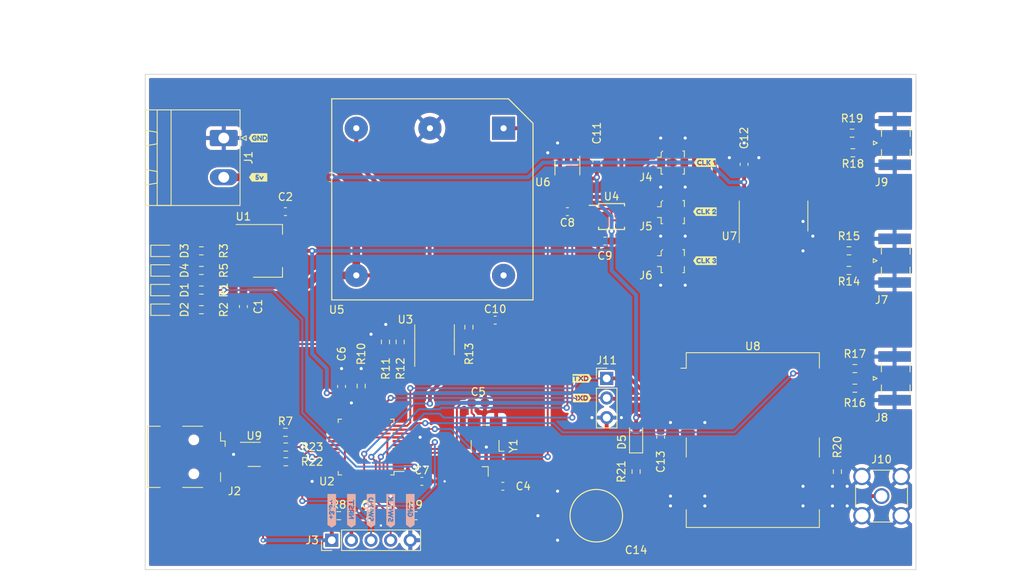
<source format=kicad_pcb>
(kicad_pcb (version 20221018) (generator pcbnew)

  (general
    (thickness 1.6)
  )

  (paper "A4")
  (layers
    (0 "F.Cu" signal)
    (31 "B.Cu" signal)
    (32 "B.Adhes" user "B.Adhesive")
    (33 "F.Adhes" user "F.Adhesive")
    (34 "B.Paste" user)
    (35 "F.Paste" user)
    (36 "B.SilkS" user "B.Silkscreen")
    (37 "F.SilkS" user "F.Silkscreen")
    (38 "B.Mask" user)
    (39 "F.Mask" user)
    (40 "Dwgs.User" user "User.Drawings")
    (41 "Cmts.User" user "User.Comments")
    (42 "Eco1.User" user "User.Eco1")
    (43 "Eco2.User" user "User.Eco2")
    (44 "Edge.Cuts" user)
    (45 "Margin" user)
    (46 "B.CrtYd" user "B.Courtyard")
    (47 "F.CrtYd" user "F.Courtyard")
    (48 "B.Fab" user)
    (49 "F.Fab" user)
    (50 "User.1" user)
    (51 "User.2" user)
    (52 "User.3" user)
    (53 "User.4" user)
    (54 "User.5" user)
    (55 "User.6" user)
    (56 "User.7" user)
    (57 "User.8" user)
    (58 "User.9" user)
  )

  (setup
    (pad_to_mask_clearance 0)
    (pcbplotparams
      (layerselection 0x00010fc_ffffffff)
      (plot_on_all_layers_selection 0x0000000_00000000)
      (disableapertmacros false)
      (usegerberextensions false)
      (usegerberattributes true)
      (usegerberadvancedattributes true)
      (creategerberjobfile true)
      (dashed_line_dash_ratio 12.000000)
      (dashed_line_gap_ratio 3.000000)
      (svgprecision 4)
      (plotframeref false)
      (viasonmask false)
      (mode 1)
      (useauxorigin false)
      (hpglpennumber 1)
      (hpglpenspeed 20)
      (hpglpendiameter 15.000000)
      (dxfpolygonmode true)
      (dxfimperialunits true)
      (dxfusepcbnewfont true)
      (psnegative false)
      (psa4output false)
      (plotreference true)
      (plotvalue true)
      (plotinvisibletext false)
      (sketchpadsonfab false)
      (subtractmaskfromsilk false)
      (outputformat 1)
      (mirror false)
      (drillshape 1)
      (scaleselection 1)
      (outputdirectory "")
    )
  )

  (net 0 "")
  (net 1 "+5V")
  (net 2 "GND")
  (net 3 "+3.3V")
  (net 4 "NRST")
  (net 5 "Net-(U2-PD0)")
  (net 6 "Net-(U2-PD1)")
  (net 7 "Net-(U3B-+)")
  (net 8 "Net-(U4-XA)")
  (net 9 "Net-(U8-V_BCKP)")
  (net 10 "Net-(D1-A)")
  (net 11 "unconnected-(J2-VBUS-Pad1)")
  (net 12 "Net-(J2-D-)")
  (net 13 "Net-(J2-D+)")
  (net 14 "unconnected-(J2-ID-Pad4)")
  (net 15 "SWDIO")
  (net 16 "SWCLK")
  (net 17 "Net-(J4-In)")
  (net 18 "Net-(J5-In)")
  (net 19 "Net-(J6-In)")
  (net 20 "Net-(J7-In)")
  (net 21 "Net-(J8-In)")
  (net 22 "Net-(J9-In)")
  (net 23 "Net-(J10-In)")
  (net 24 "GPS-TXD")
  (net 25 "GPS-RXD")
  (net 26 "USB-D+")
  (net 27 "USB-D-")
  (net 28 "/BOOT1")
  (net 29 "STATUS_LED")
  (net 30 "/BOOT0")
  (net 31 "Net-(U3A--)")
  (net 32 "Net-(R14-Pad2)")
  (net 33 "Net-(R15-Pad2)")
  (net 34 "Net-(R16-Pad2)")
  (net 35 "Net-(U8-V_ANT)")
  (net 36 "Net-(U8-VCC_RF)")
  (net 37 "unconnected-(U2-VBAT-Pad1)")
  (net 38 "unconnected-(U2-PC14-Pad3)")
  (net 39 "unconnected-(U2-PC15-Pad4)")
  (net 40 "10MHz")
  (net 41 "PPS")
  (net 42 "unconnected-(U2-PA4-Pad14)")
  (net 43 "unconnected-(U2-PA5-Pad15)")
  (net 44 "unconnected-(U2-PA7-Pad17)")
  (net 45 "unconnected-(U2-PB0-Pad18)")
  (net 46 "unconnected-(U2-PB1-Pad19)")
  (net 47 "unconnected-(U2-PB10-Pad21)")
  (net 48 "unconnected-(U2-PB11-Pad22)")
  (net 49 "unconnected-(U2-PB12-Pad25)")
  (net 50 "unconnected-(U2-PB13-Pad26)")
  (net 51 "unconnected-(U2-PB14-Pad27)")
  (net 52 "unconnected-(U2-PB15-Pad28)")
  (net 53 "unconnected-(U2-PA8-Pad29)")
  (net 54 "unconnected-(U2-PA9-Pad30)")
  (net 55 "unconnected-(U2-PA10-Pad31)")
  (net 56 "unconnected-(U2-PA15-Pad38)")
  (net 57 "unconnected-(U2-PB3-Pad39)")
  (net 58 "unconnected-(U2-PB4-Pad40)")
  (net 59 "unconnected-(U2-PB5-Pad41)")
  (net 60 "Net-(D3-A)")
  (net 61 "unconnected-(U2-PB7-Pad43)")
  (net 62 "FEC-PWM")
  (net 63 "Net-(U3B--)")
  (net 64 "unconnected-(U4-XB-Pad3)")
  (net 65 "SCL")
  (net 66 "SDA")
  (net 67 "Net-(U5-Out)")
  (net 68 "unconnected-(U5-VRef-Pad4)")
  (net 69 "unconnected-(U8-SDA2-Pad1)")
  (net 70 "unconnected-(U8-SCL2-Pad2)")
  (net 71 "unconnected-(U8-NC-Pad5)")
  (net 72 "unconnected-(U8-VCC_OUT-Pad8)")
  (net 73 "unconnected-(U8-NC-Pad9)")
  (net 74 "unconnected-(U8-RESET-Pad10)")
  (net 75 "unconnected-(U8-Reserved-Pad12)")
  (net 76 "unconnected-(U8-AADET_N-Pad20)")
  (net 77 "unconnected-(U8-Reserved-Pad21)")
  (net 78 "unconnected-(U8-Reserved-Pad22)")
  (net 79 "unconnected-(U8-Reserved-Pad23)")
  (net 80 "unconnected-(U8-VDDUSB-Pad24)")
  (net 81 "unconnected-(U8-USB_DM-Pad25)")
  (net 82 "unconnected-(U8-USB_DP-Pad26)")
  (net 83 "unconnected-(U8-EXTINT0-Pad27)")
  (net 84 "unconnected-(U6-NC-Pad1)")
  (net 85 "Net-(D4-A)")
  (net 86 "Net-(D2-A)")
  (net 87 "Net-(D5-K)")
  (net 88 "Net-(R12-Pad1)")
  (net 89 "Net-(R17-Pad2)")
  (net 90 "Net-(R18-Pad2)")
  (net 91 "Net-(R19-Pad2)")
  (net 92 "Net-(R22-Pad1)")
  (net 93 "Net-(R23-Pad2)")

  (footprint "Capacitor_SMD:C_0603_1608Metric_Pad1.08x0.95mm_HandSolder" (layer "F.Cu") (at 173.2575 129.54))

  (footprint "Resistor_SMD:R_0603_1608Metric_Pad0.98x0.95mm_HandSolder" (layer "F.Cu") (at 158.075 110.8475 90))

  (footprint "Connector_Coaxial:SMA_Amphenol_901-144_Vertical" (layer "F.Cu") (at 222.25 130.81))

  (footprint "Capacitor_SMD:C_0603_1608Metric_Pad1.08x0.95mm_HandSolder" (layer "F.Cu") (at 139.7 106.2725 -90))

  (footprint "Resistor_SMD:R_0603_1608Metric_Pad0.98x0.95mm_HandSolder" (layer "F.Cu") (at 145.1375 122.555))

  (footprint "Package_TO_SOT_SMD:SOT-23-5_HandSoldering" (layer "F.Cu") (at 181.61 88.345 -90))

  (footprint "Resistor_SMD:R_0603_1608Metric_Pad0.98x0.95mm_HandSolder" (layer "F.Cu") (at 218.5435 86.36 180))

  (footprint "kibuzzard-657B4005" (layer "F.Cu") (at 199.39 93.98))

  (footprint "Capacitor_SMD:C_0603_1608Metric_Pad1.08x0.95mm_HandSolder" (layer "F.Cu") (at 155.9295 133.35))

  (footprint "Capacitor_SMD:C_0603_1608Metric_Pad1.08x0.95mm_HandSolder" (layer "F.Cu") (at 185.42 87.4025 -90))

  (footprint "Connector_Coaxial:U.FL_Molex_MCRF_73412-0110_Vertical" (layer "F.Cu") (at 195.24 87.63 -90))

  (footprint "Connector_USB:USB_Mini-B_Wuerth_65100516121_Horizontal" (layer "F.Cu") (at 133.29 125.73 -90))

  (footprint "Resistor_SMD:R_0603_1608Metric_Pad0.98x0.95mm_HandSolder" (layer "F.Cu") (at 152.0425 133.35))

  (footprint "kibuzzard-657B3F8B" (layer "F.Cu") (at 141.605 84.455))

  (footprint "LED_SMD:LED_0603_1608Metric_Pad1.05x0.95mm_HandSolder" (layer "F.Cu") (at 129.3745 104.14))

  (footprint "Resistor_SMD:R_0603_1608Metric_Pad0.98x0.95mm_HandSolder" (layer "F.Cu") (at 159.98 110.8475 -90))

  (footprint "Resistor_SMD:R_0603_1608Metric_Pad0.98x0.95mm_HandSolder" (layer "F.Cu") (at 218.0355 101.6 180))

  (footprint "Connector_Coaxial:SMA_Samtec_SMA-J-P-X-ST-EM1_EdgeMount" (layer "F.Cu") (at 223.9375 100.33 90))

  (footprint "Resistor_SMD:R_0603_1608Metric_Pad0.98x0.95mm_HandSolder" (layer "F.Cu") (at 161.925 133.35))

  (footprint "Capacitor_SMD:C_0603_1608Metric_Pad1.08x0.95mm_HandSolder" (layer "F.Cu") (at 145.1375 93.98 180))

  (footprint "Resistor_SMD:R_0603_1608Metric_Pad0.98x0.95mm_HandSolder" (layer "F.Cu") (at 134.2625 99.06 180))

  (footprint "Capacitor_SMD:C_0603_1608Metric_Pad1.08x0.95mm_HandSolder" (layer "F.Cu") (at 204.47 87.8575 90))

  (footprint "Resistor_SMD:R_0603_1608Metric_Pad0.98x0.95mm_HandSolder" (layer "F.Cu") (at 218.7975 116.84 180))

  (footprint "Connector_Phoenix_MSTB:PhoenixContact_MSTBA_2,5_2-G-5,08_1x02_P5.08mm_Horizontal" (layer "F.Cu") (at 137.16 84.455 -90))

  (footprint "Connector_PinHeader_2.54mm:PinHeader_1x03_P2.54mm_Vertical" (layer "F.Cu") (at 186.69 115.57))

  (footprint "Resistor_SMD:R_0603_1608Metric_Pad0.98x0.95mm_HandSolder" (layer "F.Cu") (at 134.2625 106.68 180))

  (footprint "Package_TO_SOT_SMD:SOT-23-6" (layer "F.Cu") (at 141.1025 125.41))

  (footprint "Resistor_SMD:R_0603_1608Metric_Pad0.98x0.95mm_HandSolder" (layer "F.Cu") (at 218.44 83.82 180))

  (footprint "Connector_PinHeader_2.54mm:PinHeader_1x05_P2.54mm_Vertical" (layer "F.Cu") (at 151.13 136.525 90))

  (footprint "Crystal:Crystal_SMD_EuroQuartz_MJ-4Pin_5.0x3.2mm_HandSoldering" (layer "F.Cu") (at 170.97 124.305 90))

  (footprint "Diode_SMD:D_SOD-323_HandSoldering" (layer "F.Cu") (at 190.5 123.21 90))

  (footprint "DMS3R3224RF:DMS3R3224RF" (layer "F.Cu") (at 185.35 133.35 -90))

  (footprint "Capacitor_SMD:C_0603_1608Metric_Pad1.08x0.95mm_HandSolder" (layer "F.Cu") (at 181.61 93.98 180))

  (footprint "Capacitor_SMD:C_0603_1608Metric_Pad1.08x0.95mm_HandSolder" (layer "F.Cu") (at 193.675 123.19 -90))

  (footprint "Resistor_SMD:R_0603_1608Metric_Pad0.98x0.95mm_HandSolder" (layer "F.Cu") (at 134.2625 104.14 180))

  (footprint "Package_SO:SO-14_3.9x8.65mm_P1.27mm" (layer "F.Cu") (at 208.28 94.55 90))

  (footprint "Resistor_SMD:R_0603_1608Metric_Pad0.98x0.95mm_HandSolder" (layer "F.Cu") (at 168.87 108.9425 -90))

  (footprint "kibuzzard-657B3F26" (layer "F.Cu") (at 183.515 118.11))

  (footprint "kibuzzard-657B3EF5" (layer "F.Cu") (at 183.515 115.57))

  (footprint "Resistor_SMD:R_0603_1608Metric_Pad0.98x0.95mm_HandSolder" (layer "F.Cu") (at 145.19 126.365))

  (footprint "Connector_Coaxial:SMA_Samtec_SMA-J-P-X-ST-EM1_EdgeMount" (layer "F.Cu") (at 223.9375 115.57 90))

  (footprint "LED_SMD:LED_0603_1608Metric_Pad1.05x0.95mm_HandSolder" (layer "F.Cu") (at 129.3875 99.06))

  (footprint "Package_TO_SOT_SMD:SOT-223-3_TabPin2" (layer "F.Cu") (at 142.85 99.06))

  (footprint "LED_SMD:LED_0603_1608Metric_Pad1.05x0.95mm_HandSolder" (layer "F.Cu") (at 129.3875 101.6))

  (footprint "kibuzzard-657B3F6D" (layer "F.Cu") (at 141.605 89.535))

  (footprint "Capacitor_SMD:C_0603_1608Metric_Pad1.08x0.95mm_HandSolder" (layer "F.Cu")
    (tstamp a6aabedd-a978-4c88-b28e-5a3b40368114)
    (at 172.2725 108.03)
    (descr "Capacitor SMD 0603 (1608 Metric), square (rectangular) end terminal, IPC_7351 nominal with elongated pad for handsoldering. (Body size source: IPC-SM-782 page 76, https://www.pcb-3d.com/wordpress/wp-content/uploads/ipc-sm-782a_amendment_1_and_2.pdf), generated with kicad-footprint-generator")
    (tags "capacitor handsolder")
    (property "Sheetfile" "tcxo.kicad_sch")
    (property "Sheetname" "TCXO")
    (path "/b676244e-e6f2-4818-839e-cc6b0f699fef/0fd5b7bb-c639-4091-afb1-746c32db02a4")
    (attr smd)
    (fp_text reference "C10" (at 0 -1.43) (layer "F.SilkS")
        (effects (font (size 1 1) (thickness 0.15)))
      (tstamp b1e64fe4-47a3-451c-a087-7fe204c7be0c)
    )
    (fp_text value "1uF" (at 0 1.43) (layer "F.Fab")
        (effects (font (size 1 1) (thickness 0.15)))
      (tstamp 7dffa1ed-58ea-46a1-9cca-acc31c484636)
    )
    (fp_text user "${REFERENCE}" (at 0 0) (layer "F.Fab")
        (effects (font (size 0.4 0.4) (thickness 0.06)))
      (tstamp c590dfea-a199-44cd-b02a-0e338e1dccaa)
    )
    (fp_line (start -0.146267 -0.51) (end 0.146267 -0.51)
      (stroke (width 0.12) (type solid)) (layer "F.SilkS") (tstamp 488055e5-44fe-4e5d-88f6-ad4a5c577deb))
    (fp_line (start -0.146267 0.51) (end 0.146267 0.51)
      (stroke (width 0.12) (type solid)) (layer "F.SilkS") (tstamp 516897d4-5d10-4be1-8cfd-3c46575d03dd))
    (fp_line (start -1.65 -0.73) (end 1.65 -0.73)
      (stroke (width 0.05) (type solid)) (layer "F.CrtYd") (tstamp 53288e13-e657-4052-a0f2-8055fb6f5fab))
    (fp_line (start -1.65 0.73) (end -1.65 -0.73)
      (stroke (width 0.05) (type solid)) (layer "F.CrtYd") (tstamp badf3a06-01d2-4e9d-b08d-62393f605d79))
    (fp_line (start 1.65 -0.73) (end 1.65 0.73)
      (stroke (width 0.05) (type solid)) (layer "F.CrtYd") (tstamp c692306a-9860-4775-be08-eba38fe0da26))
    (fp_line (start 1.65 0.73) (end -1.
... [770434 chars truncated]
</source>
